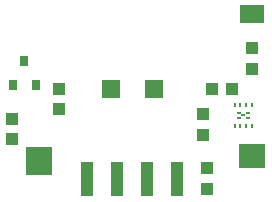
<source format=gbr>
G04 EAGLE Gerber RS-274X export*
G75*
%MOMM*%
%FSLAX34Y34*%
%LPD*%
%INSolderpaste Top*%
%IPPOS*%
%AMOC8*
5,1,8,0,0,1.08239X$1,22.5*%
G01*
%ADD10R,0.250000X0.300000*%
%ADD11R,0.304800X0.279400*%
%ADD12R,1.000000X1.100000*%
%ADD13R,1.100000X1.000000*%
%ADD14R,0.800000X0.900000*%
%ADD15R,1.000000X3.000000*%
%ADD16R,1.500000X1.600000*%
%ADD17R,2.000000X1.500000*%
%ADD18R,2.235200X2.057400*%
%ADD19R,2.235200X2.489200*%


D10*
X228480Y125356D03*
X223480Y125356D03*
X218480Y125356D03*
X213480Y125356D03*
X213480Y108324D03*
X218480Y108324D03*
X223480Y108324D03*
X228480Y108324D03*
D11*
X225044Y114935D03*
X216996Y114895D03*
X216996Y118705D03*
X225124Y118705D03*
X221060Y116927D03*
D12*
X190500Y72000D03*
X190500Y55000D03*
D13*
X211700Y139700D03*
X194700Y139700D03*
D12*
X64770Y139310D03*
X64770Y122310D03*
X228600Y156600D03*
X228600Y173600D03*
X25400Y96910D03*
X25400Y113910D03*
X186690Y117720D03*
X186690Y100720D03*
D14*
X26060Y142400D03*
X45060Y142400D03*
X35560Y163400D03*
D15*
X165100Y62700D03*
X139700Y62700D03*
X114300Y62700D03*
X88900Y62700D03*
D16*
X145000Y139700D03*
X109000Y139700D03*
D17*
X228600Y203200D03*
D18*
X228600Y82423D03*
D19*
X48260Y78740D03*
M02*

</source>
